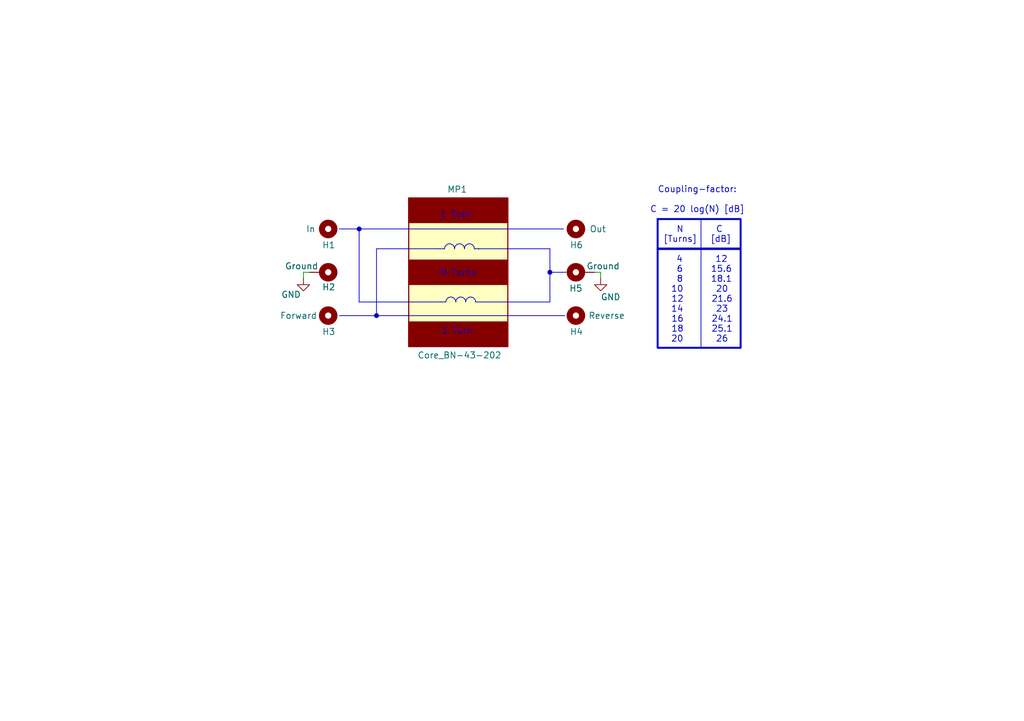
<source format=kicad_sch>
(kicad_sch (version 20231120) (generator "eeschema") (generator_version "8.0")
  (paper "A5")
  (title_block (title "Direction Coupler") (date "2024-03-22") (rev "A0") (company "TiZed"))
  (lib_symbols
    (symbol "Coupler:Core_BN-43-202"
      (property "Reference" "MP" (at 0 16.51 0))
      (property "Value" "Core_BN-43-202" (at 0 -17.018 0))
      (symbol "Core_BN-43-202_1_1"
        (rectangle (start -10.16 -10.16) (end 10.16 -15.24) (fill (type outline)))
        (rectangle (start -10.16 2.54) (end 10.16 -2.54) (fill (type outline)))
        (rectangle (start -10.16 15.24) (end 10.16 -15.24) (stroke (width 0.254)) (fill (type background)))
        (rectangle (start -10.16 15.24) (end 10.16 10.16) (fill (type outline)))
      )
    )
    (symbol "Mechanical:MountingHole" (pin_names (offset 1.016)) (exclude_from_sim yes) (in_bom no)
      (property "Reference" "H" (at 0 5.08 0))
      (property "Value" "MountingHole" (at 0 3.175 0))
      (symbol "MountingHole_0_1"
        (circle (center 0 0) (radius 1.27) (stroke (width 1.27)))
      )
    )
    (symbol "Mechanical:MountingHole_Pad_MP" (pin_numbers hide) (pin_names (offset 1.016) hide) (exclude_from_sim yes) (in_bom no)
      (property "Reference" "H" (at 0 6.35 0))
      (property "Value" "MountingHole_Pad_MP" (at 0 4.445 0))
      (symbol "MountingHole_Pad_MP_0_1"
        (circle (center 0 1.27) (radius 1.27) (stroke (width 1.27)))
      )
      (symbol "MountingHole_Pad_MP_1_1"
        (pin input line (at 0 -2.54 90) (length 2.54) (name "MP") (number "MP"))
      )
    )
    (symbol "power:GND" (power) (pin_numbers hide) (pin_names (offset 0) hide)
      (property "Value" "GND" (at 0 -3.81 0))
      (symbol "GND_0_1"
        (polyline (pts (xy 0 0) (xy 0 -1.27) (xy 1.27 -1.27) (xy 0 -2.54) (xy -1.27 -1.27) (xy 0 -1.27)))
      )
      (symbol "GND_1_1"
        (pin power_in line (at 0 0 270) (length 0) (name "~") (number "1"))
      )
    )
  )
  (polyline (pts (xy 97.282 51.054) (xy 98.298 51.054)))
  (polyline (pts (xy 112.776 55.88) (xy 112.776 51.054)))
  (polyline (pts (xy 116.078 55.88) (xy 112.776 55.88)))
  (polyline (pts (xy 90.424 61.976) (xy 91.44 61.976)))
  (polyline (pts (xy 143.764 45.212) (xy 143.764 71.374)))
  (polyline (pts (xy 90.17 51.054) (xy 77.216 51.054)))
  (polyline (pts (xy 73.66 46.99) (xy 73.66 61.976)))
  (wire (pts (xy 62.23 57.15) (xy 62.23 55.88)))
  (polyline (pts (xy 73.66 61.976) (xy 90.424 61.976)))
  (polyline (pts (xy 90.17 51.054) (xy 91.186 51.054)))
  (wire (pts (xy 123.19 55.88) (xy 121.92 55.88)))
  (polyline (pts (xy 97.536 61.976) (xy 98.552 61.976)))
  (polyline (pts (xy 112.776 51.054) (xy 98.044 51.054)))
  (polyline (pts (xy 135.128 51.054) (xy 151.638 51.054)) (stroke (width 0.5)))
  (polyline (pts (xy 69.596 64.77) (xy 115.824 64.77)))
  (wire (pts (xy 62.23 55.88) (xy 63.5 55.88)))
  (polyline (pts (xy 69.596 46.99) (xy 115.57 46.99)))
  (polyline (pts (xy 98.552 61.976) (xy 112.776 61.976)))
  (polyline (pts (xy 77.216 51.054) (xy 77.216 64.77)))
  (polyline (pts (xy 112.776 61.976) (xy 112.776 55.88)))
  (wire (pts (xy 123.19 57.15) (xy 123.19 55.88)))
  (arc (start 91.186 51.054) (mid 92.202 50.038) (end 93.218 51.054))
  (circle (center 77.216 64.77) (radius 0.254) (stroke (width 0.5)) (fill (type color)))
  (arc (start 93.472 61.976) (mid 94.488 60.96) (end 95.504 61.976))
  (rectangle (start 134.874 44.958) (end 151.892 71.374) (stroke (width 0.4)))
  (arc (start 93.218 51.054) (mid 94.234 50.038) (end 95.25 51.054))
  (circle (center 73.66 46.99) (radius 0.254) (stroke (width 0.5)) (fill (type color)))
  (circle (center 112.776 55.88) (radius 0.254) (stroke (width 0.5)) (fill (type color)))
  (arc (start 95.504 61.976) (mid 96.52 60.96) (end 97.536 61.976))
  (arc (start 91.44 61.976) (mid 92.456 60.96) (end 93.472 61.976))
  (arc (start 95.25 51.054) (mid 96.266 50.038) (end 97.282 51.054))
  (text "N Turns" (at 93.98 56.134 0) (effects (font (size 1.27 1.27))))
  (text "1 Turn\n" (at 93.472 44.196 0) (effects (font (size 1.27 1.27))))
  (text "Coupling-factor:\n\nC = 20 log(N) [dB]\n\n     N       C    \n [Turns]   [dB] \n\n    4       12  \n    6      15.6 \n    8      18.1 \n   10       20  \n   12      21.6 \n   14       23  \n   16      24.1 \n   18      25.1 \n   20       26  \n" (at 143.002 54.356 0) (effects (font (size 1.27 1.27))))
  (text "1 Turn\n" (at 93.726 68.072 0) (effects (font (size 1.27 1.27))))
  (symbol (lib_id "Mechanical:MountingHole_Pad_MP") (at 119.38 55.88 90) (unit 1) (exclude_from_sim yes) (in_bom no)
    (property "Reference" "H5" (at 118.11 59.182 90))
    (property "Value" "Ground" (at 123.698 54.61 90))
    (property "Footprint" "Coupler:Square_edge_double_pin" (effects (hide yes)))
    (property "Description" "Mounting Hole with connection as pad named MP" (effects (hide yes)))
  )
  (symbol (lib_id "power:GND") (at 123.19 57.15 0) (unit 1)
    (property "Reference" "#PWR02" (effects (hide yes)))
    (property "Value" "GND" (at 125.222 60.96 0))
    (property "Description" "Power symbol creates a global label with name \"GND\" , ground" (effects (hide yes)))
  )
  (symbol (lib_id "Mechanical:MountingHole") (at 67.31 64.77 0) (unit 1) (exclude_from_sim yes) (in_bom no)
    (property "Reference" "H3" (at 66.04 68.072 0) (effects (justify left)))
    (property "Value" "Forward" (at 57.404 64.77 0) (effects (justify left)))
    (property "Footprint" "Coupler:Square_edge_pin" (effects (hide yes)))
    (property "Description" "Mounting Hole without connection" (effects (hide yes)))
  )
  (symbol (lib_id "power:GND") (at 62.23 57.15 0) (unit 1)
    (property "Reference" "#PWR01" (effects (hide yes)))
    (property "Value" "GND" (at 59.69 60.452 0))
    (property "Description" "Power symbol creates a global label with name \"GND\" , ground" (effects (hide yes)))
  )
  (symbol (lib_id "Mechanical:MountingHole") (at 118.11 64.77 0) (unit 1) (exclude_from_sim yes) (in_bom no)
    (property "Reference" "H4" (at 116.84 68.072 0) (effects (justify left)))
    (property "Value" "Reverse" (at 120.65 64.77 0) (effects (justify left)))
    (property "Footprint" "Coupler:Square_edge_pin" (effects (hide yes)))
    (property "Description" "Mounting Hole without connection" (effects (hide yes)))
  )
  (symbol (lib_id "Mechanical:MountingHole") (at 118.11 46.99 0) (unit 1) (exclude_from_sim yes) (in_bom no)
    (property "Reference" "H6" (at 116.84 50.292 0) (effects (justify left)))
    (property "Value" "Out" (at 120.904 46.99 0) (effects (justify left)))
    (property "Footprint" "Coupler:Square_edge_pin" (effects (hide yes)))
    (property "Description" "Mounting Hole without connection" (effects (hide yes)))
  )
  (symbol (lib_id "Mechanical:MountingHole") (at 67.31 46.99 0) (unit 1) (exclude_from_sim yes) (in_bom no)
    (property "Reference" "H1" (at 66.04 50.292 0) (effects (justify left)))
    (property "Value" "In" (at 62.738 46.99 0) (effects (justify left)))
    (property "Footprint" "Coupler:Square_edge_pin" (effects (hide yes)))
    (property "Description" "Mounting Hole without connection" (effects (hide yes)))
  )
  (symbol (lib_id "Mechanical:MountingHole_Pad_MP") (at 66.04 55.88 270) (unit 1) (exclude_from_sim yes) (in_bom no)
    (property "Reference" "H2" (at 66.04 58.928 90) (effects (justify left)))
    (property "Value" "Ground" (at 58.42 54.61 90) (effects (justify left)))
    (property "Footprint" "Coupler:Square_edge_double_pin" (effects (hide yes)))
    (property "Description" "Mounting Hole with connection as pad named MP" (effects (hide yes)))
  )
  (symbol (lib_id "Coupler:Core_BN-43-202") (at 93.98 55.88 0) (unit 1)
    (property "Reference" "MP1" (at 91.694 38.862 0) (effects (justify left)))
    (property "Value" "Core_BN-43-202" (at 85.598 72.898 0) (effects (justify left)))
    (property "Footprint" "Coupler:Core_BN43-202" (effects (hide yes)))
    (property "Datasheet" "https://toroids.info/BN-43-202.php" (effects (hide yes)))
    (property "Description" "Multi-aperture core AL=2200 " (effects (hide yes)))
  )
)
</source>
